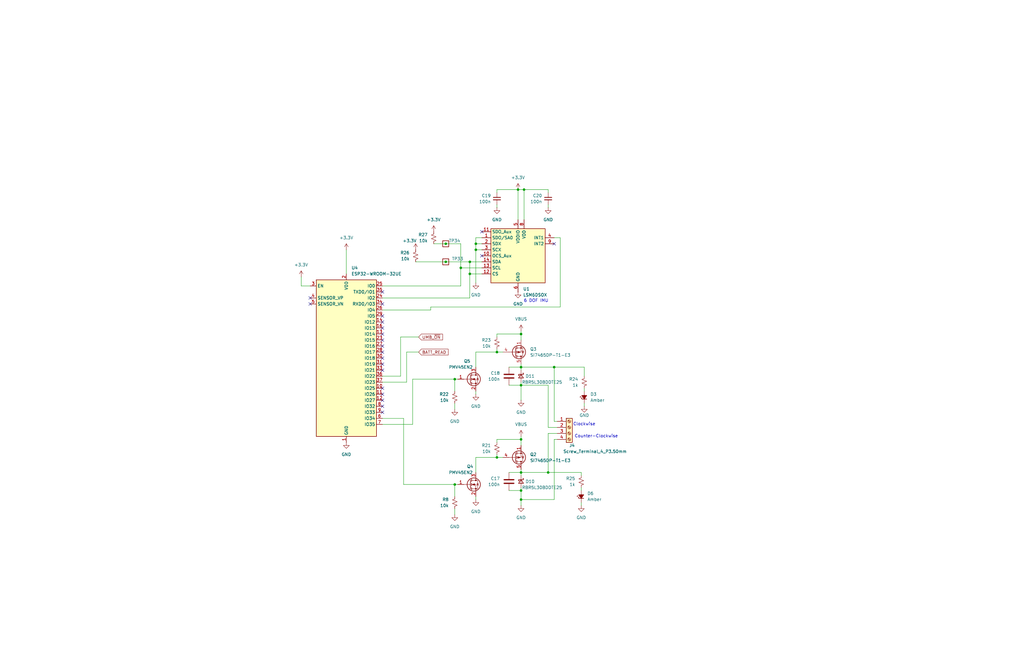
<source format=kicad_sch>
(kicad_sch (version 20250114) (generator "eeschema") (generator_version "9.0")
  (paper "B")
  (title_block (title "RCS Controller Board") (date "2025-03-25") (rev "1.0"))
  (lib_symbols
    (symbol "Connector:Screw_Terminal_01x04" (pin_names (offset 1.016) (hide yes))
      (property "Reference" "J" (at 0 5.08 0))
      (property "Value" "Screw_Terminal_01x04" (at 0 -7.62 0))
      (symbol "Screw_Terminal_01x04_1_1"
        (rectangle (start -1.27 3.81) (end 1.27 -6.35) (stroke (width 0.254)) (fill (type background)))
        (polyline (pts (xy -0.5334 2.8702) (xy 0.3302 2.032)) (stroke (width 0.1524)))
        (polyline (pts (xy -0.5334 0.3302) (xy 0.3302 -0.508)) (stroke (width 0.1524)))
        (polyline (pts (xy -0.5334 -2.2098) (xy 0.3302 -3.048)) (stroke (width 0.1524)))
        (polyline (pts (xy -0.5334 -4.7498) (xy 0.3302 -5.588)) (stroke (width 0.1524)))
        (polyline (pts (xy -0.3556 3.048) (xy 0.508 2.2098)) (stroke (width 0.1524)))
        (polyline (pts (xy -0.3556 0.508) (xy 0.508 -0.3302)) (stroke (width 0.1524)))
        (polyline (pts (xy -0.3556 -2.032) (xy 0.508 -2.8702)) (stroke (width 0.1524)))
        (polyline (pts (xy -0.3556 -4.572) (xy 0.508 -5.4102)) (stroke (width 0.1524)))
        (circle (center 0 2.54) (radius 0.635) (stroke (width 0.1524)))
        (circle (center 0 0) (radius 0.635) (stroke (width 0.1524)))
        (circle (center 0 -2.54) (radius 0.635) (stroke (width 0.1524)))
        (circle (center 0 -5.08) (radius 0.635) (stroke (width 0.1524)))
        (pin passive line (at -5.08 2.54 0) (length 3.81) (name "Pin_1") (number "1"))
        (pin passive line (at -5.08 0 0) (length 3.81) (name "Pin_2") (number "2"))
        (pin passive line (at -5.08 -2.54 0) (length 3.81) (name "Pin_3") (number "3"))
        (pin passive line (at -5.08 -5.08 0) (length 3.81) (name "Pin_4") (number "4"))
      )
    )
    (symbol "Device:C" (pin_numbers (hide yes)) (pin_names (offset 0.254))
      (property "Reference" "C" (at 0.635 2.54 0))
      (property "Value" "C" (at 0.635 -2.54 0))
      (symbol "C_0_1"
        (polyline (pts (xy -2.032 0.762) (xy 2.032 0.762)) (stroke (width 0.508)))
        (polyline (pts (xy -2.032 -0.762) (xy 2.032 -0.762)) (stroke (width 0.508)))
      )
      (symbol "C_1_1"
        (pin passive line (at 0 3.81 270) (length 2.794) (name "~") (number "1"))
        (pin passive line (at 0 -3.81 90) (length 2.794) (name "~") (number "2"))
      )
    )
    (symbol "Device:C_Small" (pin_numbers (hide yes)) (pin_names (offset 0.254) (hide yes))
      (property "Reference" "C" (at 0.254 1.778 0))
      (property "Value" "C_Small" (at 0.254 -2.032 0))
      (symbol "C_Small_0_1"
        (polyline (pts (xy -1.524 0.508) (xy 1.524 0.508)) (stroke (width 0.3048)))
        (polyline (pts (xy -1.524 -0.508) (xy 1.524 -0.508)) (stroke (width 0.3302)))
      )
      (symbol "C_Small_1_1"
        (pin passive line (at 0 2.54 270) (length 2.032) (name "~") (number "1"))
        (pin passive line (at 0 -2.54 90) (length 2.032) (name "~") (number "2"))
      )
    )
    (symbol "Device:D_Schottky_Small" (pin_numbers (hide yes)) (pin_names (offset 0.254) (hide yes))
      (property "Reference" "D" (at -1.27 2.032 0))
      (property "Value" "D_Schottky_Small" (at -7.112 -2.032 0))
      (symbol "D_Schottky_Small_0_1"
        (polyline (pts (xy -1.27 0.762) (xy -1.27 1.016) (xy -0.762 1.016) (xy -0.762 -1.016) (xy -0.254 -1.016) (xy -0.254 -0.762)) (stroke (width 0.254)))
        (polyline (pts (xy -0.762 0) (xy 0.762 0)))
        (polyline (pts (xy 0.762 -1.016) (xy -0.762 0) (xy 0.762 1.016) (xy 0.762 -1.016)) (stroke (width 0.254)))
      )
      (symbol "D_Schottky_Small_1_1"
        (pin passive line (at -2.54 0 0) (length 1.778) (name "K") (number "1"))
        (pin passive line (at 2.54 0 180) (length 1.778) (name "A") (number "2"))
      )
    )
    (symbol "Device:LED_Small_Filled" (pin_numbers (hide yes)) (pin_names (offset 0.254) (hide yes))
      (property "Reference" "D" (at -1.27 3.175 0))
      (property "Value" "LED_Small_Filled" (at -4.445 -2.54 0))
      (symbol "LED_Small_Filled_0_1"
        (polyline (pts (xy -0.762 -1.016) (xy -0.762 1.016)) (stroke (width 0.254)))
        (polyline (pts (xy 0 0.762) (xy -0.508 1.27) (xy -0.254 1.27) (xy -0.508 1.27) (xy -0.508 1.016)))
        (polyline (pts (xy 0.508 1.27) (xy 0 1.778) (xy 0.254 1.778) (xy 0 1.778) (xy 0 1.524)))
        (polyline (pts (xy 0.762 -1.016) (xy -0.762 0) (xy 0.762 1.016) (xy 0.762 -1.016)) (stroke (width 0.254)) (fill (type outline)))
        (polyline (pts (xy 1.016 0) (xy -0.762 0)))
      )
      (symbol "LED_Small_Filled_1_1"
        (pin passive line (at -2.54 0 0) (length 1.778) (name "K") (number "1"))
        (pin passive line (at 2.54 0 180) (length 1.778) (name "A") (number "2"))
      )
    )
    (symbol "Device:R_Small_US" (pin_numbers (hide yes)) (pin_names (offset 0.254) (hide yes))
      (property "Reference" "R" (at 0.762 0.508 0))
      (property "Value" "R_Small_US" (at 0.762 -1.016 0))
      (symbol "R_Small_US_1_1"
        (polyline (pts (xy 0 1.524) (xy 1.016 1.143) (xy 0 0.762) (xy -1.016 0.381) (xy 0 0)))
        (polyline (pts (xy 0 0) (xy 1.016 -0.381) (xy 0 -0.762) (xy -1.016 -1.143) (xy 0 -1.524)))
        (pin passive line (at 0 2.54 270) (length 1.016) (name "~") (number "1"))
        (pin passive line (at 0 -2.54 90) (length 1.016) (name "~") (number "2"))
      )
    )
    (symbol "RF_Module:ESP32-WROOM-32UE"
      (property "Reference" "U" (at -12.7 34.29 0))
      (property "Value" "ESP32-WROOM-32UE" (at 1.27 34.29 0))
      (symbol "ESP32-WROOM-32UE_0_1"
        (rectangle (start -12.7 33.02) (end 12.7 -33.02) (stroke (width 0.254)) (fill (type background)))
      )
      (symbol "ESP32-WROOM-32UE_1_1"
        (pin input line (at -15.24 30.48 0) (length 2.54) (name "EN") (number "3"))
        (pin input line (at -15.24 25.4 0) (length 2.54) (name "SENSOR_VP") (number "4"))
        (pin input line (at -15.24 22.86 0) (length 2.54) (name "SENSOR_VN") (number "5"))
        (pin no_connect line (at -12.7 0 0) (length 2.54) (hide yes) (name "NC") (number "21"))
        (pin no_connect line (at -12.7 -2.54 0) (length 2.54) (hide yes) (name "NC") (number "22"))
        (pin no_connect line (at -12.7 -5.08 0) (length 2.54) (hide yes) (name "NC") (number "17"))
        (pin no_connect line (at -12.7 -7.62 0) (length 2.54) (hide yes) (name "NC") (number "18"))
        (pin no_connect line (at -12.7 -10.16 0) (length 2.54) (hide yes) (name "NC") (number "20"))
        (pin no_connect line (at -12.7 -12.7 0) (length 2.54) (hide yes) (name "NC") (number "19"))
        (pin no_connect line (at -12.7 -27.94 0) (length 2.54) (hide yes) (name "NC") (number "32"))
        (pin power_in line (at 0 35.56 270) (length 2.54) (name "VDD") (number "2"))
        (pin power_in line (at 0 -35.56 90) (length 2.54) (name "GND") (number "1"))
        (pin passive line (at 0 -35.56 90) (length 2.54) (hide yes) (name "GND") (number "15"))
        (pin passive line (at 0 -35.56 90) (length 2.54) (hide yes) (name "GND") (number "38"))
        (pin passive line (at 0 -35.56 90) (length 2.54) (hide yes) (name "GND") (number "39"))
        (pin bidirectional line (at 15.24 30.48 180) (length 2.54) (name "IO0") (number "25"))
        (pin bidirectional line (at 15.24 27.94 180) (length 2.54) (name "TXD0/IO1") (number "35"))
        (pin bidirectional line (at 15.24 25.4 180) (length 2.54) (name "IO2") (number "24"))
        (pin bidirectional line (at 15.24 22.86 180) (length 2.54) (name "RXD0/IO3") (number "34"))
        (pin bidirectional line (at 15.24 20.32 180) (length 2.54) (name "IO4") (number "26"))
        (pin bidirectional line (at 15.24 17.78 180) (length 2.54) (name "IO5") (number "29"))
        (pin bidirectional line (at 15.24 15.24 180) (length 2.54) (name "IO12") (number "14"))
        (pin bidirectional line (at 15.24 12.7 180) (length 2.54) (name "IO13") (number "16"))
        (pin bidirectional line (at 15.24 10.16 180) (length 2.54) (name "IO14") (number "13"))
        (pin bidirectional line (at 15.24 7.62 180) (length 2.54) (name "IO15") (number "23"))
        (pin bidirectional line (at 15.24 5.08 180) (length 2.54) (name "IO16") (number "27"))
        (pin bidirectional line (at 15.24 2.54 180) (length 2.54) (name "IO17") (number "28"))
        (pin bidirectional line (at 15.24 0 180) (length 2.54) (name "IO18") (number "30"))
        (pin bidirectional line (at 15.24 -2.54 180) (length 2.54) (name "IO19") (number "31"))
        (pin bidirectional line (at 15.24 -5.08 180) (length 2.54) (name "IO21") (number "33"))
        (pin bidirectional line (at 15.24 -7.62 180) (length 2.54) (name "IO22") (number "36"))
        (pin bidirectional line (at 15.24 -10.16 180) (length 2.54) (name "IO23") (number "37"))
        (pin bidirectional line (at 15.24 -12.7 180) (length 2.54) (name "IO25") (number "10"))
        (pin bidirectional line (at 15.24 -15.24 180) (length 2.54) (name "IO26") (number "11"))
        (pin bidirectional line (at 15.24 -17.78 180) (length 2.54) (name "IO27") (number "12"))
        (pin bidirectional line (at 15.24 -20.32 180) (length 2.54) (name "IO32") (number "8"))
        (pin bidirectional line (at 15.24 -22.86 180) (length 2.54) (name "IO33") (number "9"))
        (pin input line (at 15.24 -25.4 180) (length 2.54) (name "IO34") (number "6"))
        (pin input line (at 15.24 -27.94 180) (length 2.54) (name "IO35") (number "7"))
      )
    )
    (symbol "Sensor_Motion:LSM6DSM"
      (property "Reference" "U" (at -11.43 15.24 0))
      (property "Value" "LSM6DSM" (at -11.43 12.7 0))
      (symbol "LSM6DSM_0_1"
        (rectangle (start 11.43 11.43) (end -11.43 -11.43) (stroke (width 0.254)) (fill (type background)))
      )
      (symbol "LSM6DSM_1_1"
        (pin bidirectional line (at -15.24 10.16 0) (length 3.81) (name "SDO_Aux") (number "11"))
        (pin bidirectional line (at -15.24 7.62 0) (length 3.81) (name "SDO/SA0") (number "1"))
        (pin bidirectional line (at -15.24 5.08 0) (length 3.81) (name "SDX") (number "2"))
        (pin input line (at -15.24 2.54 0) (length 3.81) (name "SCX") (number "3"))
        (pin passive line (at -15.24 0 0) (length 3.81) (name "OCS_Aux") (number "10"))
        (pin bidirectional line (at -15.24 -2.54 0) (length 3.81) (name "SDA") (number "14"))
        (pin input line (at -15.24 -5.08 0) (length 3.81) (name "SCL") (number "13"))
        (pin input line (at -15.24 -7.62 0) (length 3.81) (name "CS") (number "12"))
        (pin power_in line (at 0 15.24 270) (length 3.81) (name "VDDIO") (number "5"))
        (pin power_in line (at 0 -15.24 90) (length 3.81) (name "GND") (number "6"))
        (pin passive line (at 0 -15.24 90) (length 3.81) (hide yes) (name "GND") (number "7"))
        (pin power_in line (at 2.54 15.24 270) (length 3.81) (name "VDD") (number "8"))
        (pin output line (at 15.24 7.62 180) (length 3.81) (name "INT1") (number "4"))
        (pin output line (at 15.24 5.08 180) (length 3.81) (name "INT2") (number "9"))
      )
    )
    (symbol "Transistor_FET:Q_NMOS_GSD" (pin_names (offset 0) (hide yes))
      (property "Reference" "Q" (at 5.08 1.905 0))
      (property "Value" "Q_NMOS_GSD" (at 5.08 0 0))
      (symbol "Q_NMOS_GSD_0_1"
        (polyline (pts (xy 0.254 1.905) (xy 0.254 -1.905)) (stroke (width 0.254)))
        (polyline (pts (xy 0.254 0) (xy -2.54 0)))
        (polyline (pts (xy 0.762 2.286) (xy 0.762 1.27)) (stroke (width 0.254)))
        (polyline (pts (xy 0.762 0.508) (xy 0.762 -0.508)) (stroke (width 0.254)))
        (polyline (pts (xy 0.762 -1.27) (xy 0.762 -2.286)) (stroke (width 0.254)))
        (polyline (pts (xy 0.762 -1.778) (xy 3.302 -1.778) (xy 3.302 1.778) (xy 0.762 1.778)))
        (polyline (pts (xy 1.016 0) (xy 2.032 0.381) (xy 2.032 -0.381) (xy 1.016 0)) (fill (type outline)))
        (circle (center 1.651 0) (radius 2.794) (stroke (width 0.254)))
        (polyline (pts (xy 2.54 2.54) (xy 2.54 1.778)))
        (circle (center 2.54 1.778) (radius 0.254) (fill (type outline)))
        (circle (center 2.54 -1.778) (radius 0.254) (fill (type outline)))
        (polyline (pts (xy 2.54 -2.54) (xy 2.54 0) (xy 0.762 0)))
        (polyline (pts (xy 2.921 0.381) (xy 3.683 0.381)))
        (polyline (pts (xy 3.302 0.381) (xy 2.921 -0.254) (xy 3.683 -0.254) (xy 3.302 0.381)))
      )
      (symbol "Q_NMOS_GSD_1_1"
        (pin input line (at -5.08 0 0) (length 2.54) (name "G") (number "1"))
        (pin passive line (at 2.54 5.08 270) (length 2.54) (name "D") (number "3"))
        (pin passive line (at 2.54 -5.08 90) (length 2.54) (name "S") (number "2"))
      )
    )
    (symbol "Transistor_FET:Si7141DP" (pin_names (hide yes))
      (property "Reference" "Q" (at 5.08 1.905 0))
      (property "Value" "Si7141DP" (at 5.08 0 0))
      (symbol "Si7141DP_0_1"
        (polyline (pts (xy 0.254 1.905) (xy 0.254 -1.905)) (stroke (width 0.254)))
        (polyline (pts (xy 0.254 0) (xy -2.54 0)))
        (polyline (pts (xy 0.762 2.286) (xy 0.762 1.27)) (stroke (width 0.254)))
        (polyline (pts (xy 0.762 1.778) (xy 3.302 1.778) (xy 3.302 -1.778) (xy 0.762 -1.778)))
        (polyline (pts (xy 0.762 0.508) (xy 0.762 -0.508)) (stroke (width 0.254)))
        (polyline (pts (xy 0.762 -1.27) (xy 0.762 -2.286)) (stroke (width 0.254)))
        (circle (center 1.651 0) (radius 2.794) (stroke (width 0.254)))
        (polyline (pts (xy 2.286 0) (xy 1.27 0.381) (xy 1.27 -0.381) (xy 2.286 0)) (fill (type outline)))
        (polyline (pts (xy 2.54 2.54) (xy 2.54 1.778)))
        (circle (center 2.54 1.778) (radius 0.254) (fill (type outline)))
        (circle (center 2.54 -1.778) (radius 0.254) (fill (type outline)))
        (polyline (pts (xy 2.54 -2.54) (xy 2.54 0) (xy 0.762 0)))
        (polyline (pts (xy 2.794 -0.508) (xy 2.921 -0.381) (xy 3.683 -0.381) (xy 3.81 -0.254)))
        (polyline (pts (xy 3.302 -0.381) (xy 2.921 0.254) (xy 3.683 0.254) (xy 3.302 -0.381)))
      )
      (symbol "Si7141DP_1_1"
        (pin input line (at -5.08 0 0) (length 2.54) (name "G") (number "4"))
        (pin passive line (at 2.54 5.08 270) (length 2.54) (name "D") (number "5"))
        (pin passive line (at 2.54 -5.08 90) (length 2.54) (name "S") (number "1"))
        (pin passive line (at 2.54 -5.08 90) (length 2.54) (hide yes) (name "S") (number "2"))
        (pin passive line (at 2.54 -5.08 90) (length 2.54) (hide yes) (name "S") (number "3"))
      )
    )
    (symbol "power:+3.3V" (power) (pin_numbers (hide yes)) (pin_names (offset 0) (hide yes))
      (property "Value" "+3.3V" (at 0 3.556 0))
      (symbol "+3.3V_0_1"
        (polyline (pts (xy -0.762 1.27) (xy 0 2.54)))
        (polyline (pts (xy 0 2.54) (xy 0.762 1.27)))
        (polyline (pts (xy 0 0) (xy 0 2.54)))
      )
      (symbol "+3.3V_1_1"
        (pin power_in line (at 0 0 90) (length 0) (name "~") (number "1"))
      )
    )
    (symbol "power:GND" (power) (pin_numbers (hide yes)) (pin_names (offset 0) (hide yes))
      (property "Value" "GND" (at 0 -3.81 0))
      (symbol "GND_0_1"
        (polyline (pts (xy 0 0) (xy 0 -1.27) (xy 1.27 -1.27) (xy 0 -2.54) (xy -1.27 -1.27) (xy 0 -1.27)))
      )
      (symbol "GND_1_1"
        (pin power_in line (at 0 0 270) (length 0) (name "~") (number "1"))
      )
    )
    (symbol "psas-power:VBUS" (power) (pin_names (offset 0))
      (property "Value" "VBUS" (at 0 3.556 0))
      (symbol "VBUS_0_1"
        (polyline (pts (xy -0.762 1.27) (xy 0 2.54)))
        (polyline (pts (xy 0 2.54) (xy 0.762 1.27)))
        (polyline (pts (xy 0 0) (xy 0 2.54)))
      )
      (symbol "VBUS_1_1"
        (pin power_in line (at 0 0 90) (length 0) (hide yes) (name "VBUS") (number "1"))
      )
    )
    (symbol "psas-testpoint:Test-Point" (pin_numbers (hide yes)) (pin_names (hide yes))
      (property "Reference" "TP" (at 0 2.54 0))
      (symbol "Test-Point_0_1"
        (rectangle (start -1.27 1.27) (end 1.27 -1.27) (stroke (width 0.254)))
      )
      (symbol "Test-Point_1_1"
        (pin passive line (at 0 0 90) (length 0) (name "") (number "1"))
      )
    )
  )
  (text "Counter-Clockwise" (at 251.46 184.15 0) (effects (font (size 1.27 1.27))))
  (text "Clockwise\n" (at 246.38 179.07 0) (effects (font (size 1.27 1.27))))
  (text "6 DOF IMU\n" (at 226.06 127 0) (effects (font (size 1.27 1.27))))
  (junction (at 219.71 210.82))
  (junction (at 219.71 207.01))
  (junction (at 200.66 102.87))
  (junction (at 198.12 110.49))
  (junction (at 191.77 160.02))
  (junction (at 219.71 185.42))
  (junction (at 219.71 199.39))
  (junction (at 198.12 115.57))
  (junction (at 187.96 110.49))
  (junction (at 187.96 102.87))
  (junction (at 218.44 80.01))
  (junction (at 220.98 80.01))
  (junction (at 209.55 193.04))
  (junction (at 200.66 105.41))
  (junction (at 231.14 199.39))
  (junction (at 194.31 113.03))
  (junction (at 219.71 140.97))
  (junction (at 233.68 154.94))
  (junction (at 209.55 148.59))
  (junction (at 219.71 154.94))
  (junction (at 219.71 162.56))
  (junction (at 191.77 204.47))
  (no_connect (at 161.29 153.67))
  (no_connect (at 130.81 125.73))
  (no_connect (at 161.29 156.21))
  (no_connect (at 161.29 151.13))
  (no_connect (at 203.2 97.79))
  (no_connect (at 161.29 168.91))
  (no_connect (at 161.29 140.97))
  (no_connect (at 161.29 135.89))
  (no_connect (at 130.81 128.27))
  (no_connect (at 161.29 123.19))
  (no_connect (at 161.29 166.37))
  (no_connect (at 203.2 107.95))
  (no_connect (at 233.68 102.87))
  (no_connect (at 161.29 148.59))
  (no_connect (at 161.29 143.51))
  (no_connect (at 161.29 133.35))
  (no_connect (at 161.29 138.43))
  (no_connect (at 161.29 173.99))
  (no_connect (at 161.29 163.83))
  (no_connect (at 161.29 171.45))
  (no_connect (at 161.29 146.05))
  (no_connect (at 161.29 128.27))
  (wire (pts (xy 231.14 80.01) (xy 220.98 80.01)))
  (wire (pts (xy 214.63 162.56) (xy 219.71 162.56)))
  (wire (pts (xy 245.11 212.09) (xy 245.11 213.36)))
  (wire (pts (xy 200.66 148.59) (xy 200.66 154.94)))
  (wire (pts (xy 233.68 210.82) (xy 233.68 185.42)))
  (wire (pts (xy 161.29 176.53) (xy 170.18 176.53)))
  (wire (pts (xy 200.66 100.33) (xy 200.66 102.87)))
  (wire (pts (xy 214.63 199.39) (xy 219.71 199.39)))
  (wire (pts (xy 191.77 214.63) (xy 191.77 217.17)))
  (wire (pts (xy 168.91 158.75) (xy 161.29 158.75)))
  (wire (pts (xy 218.44 80.01) (xy 220.98 80.01)))
  (wire (pts (xy 198.12 125.73) (xy 161.29 125.73)))
  (wire (pts (xy 200.66 105.41) (xy 203.2 105.41)))
  (wire (pts (xy 170.18 204.47) (xy 191.77 204.47)))
  (wire (pts (xy 193.04 160.02) (xy 191.77 160.02)))
  (wire (pts (xy 233.68 177.8) (xy 234.95 177.8)))
  (wire (pts (xy 231.14 80.01) (xy 231.14 81.28)))
  (wire (pts (xy 191.77 204.47) (xy 191.77 209.55)))
  (wire (pts (xy 200.66 102.87) (xy 200.66 105.41)))
  (wire (pts (xy 209.55 185.42) (xy 209.55 186.69)))
  (wire (pts (xy 233.68 100.33) (xy 236.22 100.33)))
  (wire (pts (xy 171.45 161.29) (xy 161.29 161.29)))
  (wire (pts (xy 191.77 170.18) (xy 191.77 172.72)))
  (wire (pts (xy 198.12 115.57) (xy 198.12 125.73)))
  (wire (pts (xy 168.91 142.24) (xy 168.91 158.75)))
  (wire (pts (xy 194.31 113.03) (xy 194.31 102.87)))
  (wire (pts (xy 219.71 154.94) (xy 219.71 156.21)))
  (wire (pts (xy 191.77 204.47) (xy 193.04 204.47)))
  (wire (pts (xy 194.31 113.03) (xy 194.31 120.65)))
  (wire (pts (xy 200.66 210.82) (xy 200.66 209.55)))
  (wire (pts (xy 176.53 142.24) (xy 168.91 142.24)))
  (wire (pts (xy 209.55 185.42) (xy 219.71 185.42)))
  (wire (pts (xy 245.11 199.39) (xy 245.11 200.66)))
  (wire (pts (xy 233.68 185.42) (xy 234.95 185.42)))
  (wire (pts (xy 231.14 182.88) (xy 231.14 199.39)))
  (wire (pts (xy 209.55 193.04) (xy 212.09 193.04)))
  (wire (pts (xy 219.71 140.97) (xy 219.71 139.7)))
  (wire (pts (xy 220.98 80.01) (xy 220.98 92.71)))
  (wire (pts (xy 219.71 162.56) (xy 231.14 162.56)))
  (wire (pts (xy 171.45 148.59) (xy 171.45 161.29)))
  (wire (pts (xy 176.53 148.59) (xy 171.45 148.59)))
  (wire (pts (xy 219.71 199.39) (xy 231.14 199.39)))
  (wire (pts (xy 219.71 185.42) (xy 219.71 187.96)))
  (wire (pts (xy 214.63 154.94) (xy 219.71 154.94)))
  (wire (pts (xy 219.71 161.29) (xy 219.71 162.56)))
  (wire (pts (xy 214.63 207.01) (xy 219.71 207.01)))
  (wire (pts (xy 236.22 100.33) (xy 236.22 129.54)))
  (wire (pts (xy 127 116.84) (xy 127 120.65)))
  (wire (pts (xy 200.66 193.04) (xy 200.66 199.39)))
  (wire (pts (xy 231.14 180.34) (xy 234.95 180.34)))
  (wire (pts (xy 181.61 129.54) (xy 181.61 130.81)))
  (wire (pts (xy 233.68 154.94) (xy 233.68 177.8)))
  (wire (pts (xy 170.18 176.53) (xy 170.18 204.47)))
  (wire (pts (xy 187.96 110.49) (xy 198.12 110.49)))
  (wire (pts (xy 161.29 130.81) (xy 181.61 130.81)))
  (wire (pts (xy 194.31 113.03) (xy 203.2 113.03)))
  (wire (pts (xy 209.55 140.97) (xy 219.71 140.97)))
  (wire (pts (xy 209.55 140.97) (xy 209.55 142.24)))
  (wire (pts (xy 200.66 165.1) (xy 200.66 166.37)))
  (wire (pts (xy 203.2 110.49) (xy 198.12 110.49)))
  (wire (pts (xy 187.96 102.87) (xy 194.31 102.87)))
  (wire (pts (xy 191.77 160.02) (xy 173.99 160.02)))
  (wire (pts (xy 219.71 154.94) (xy 233.68 154.94)))
  (wire (pts (xy 233.68 154.94) (xy 246.38 154.94)))
  (wire (pts (xy 173.99 179.07) (xy 161.29 179.07)))
  (wire (pts (xy 200.66 100.33) (xy 203.2 100.33)))
  (wire (pts (xy 219.71 153.67) (xy 219.71 154.94)))
  (wire (pts (xy 219.71 210.82) (xy 219.71 213.36)))
  (wire (pts (xy 209.55 147.32) (xy 209.55 148.59)))
  (wire (pts (xy 175.26 110.49) (xy 187.96 110.49)))
  (wire (pts (xy 219.71 140.97) (xy 219.71 143.51)))
  (wire (pts (xy 218.44 80.01) (xy 218.44 92.71)))
  (wire (pts (xy 236.22 129.54) (xy 181.61 129.54)))
  (wire (pts (xy 219.71 162.56) (xy 219.71 168.91)))
  (wire (pts (xy 191.77 160.02) (xy 191.77 165.1)))
  (wire (pts (xy 231.14 162.56) (xy 231.14 180.34)))
  (wire (pts (xy 231.14 87.63) (xy 231.14 86.36)))
  (wire (pts (xy 234.95 182.88) (xy 231.14 182.88)))
  (wire (pts (xy 198.12 110.49) (xy 198.12 115.57)))
  (wire (pts (xy 200.66 105.41) (xy 200.66 119.38)))
  (wire (pts (xy 219.71 207.01) (xy 219.71 210.82)))
  (wire (pts (xy 127 120.65) (xy 130.81 120.65)))
  (wire (pts (xy 209.55 148.59) (xy 200.66 148.59)))
  (wire (pts (xy 209.55 191.77) (xy 209.55 193.04)))
  (wire (pts (xy 219.71 199.39) (xy 219.71 200.66)))
  (wire (pts (xy 198.12 115.57) (xy 203.2 115.57)))
  (wire (pts (xy 219.71 185.42) (xy 219.71 184.15)))
  (wire (pts (xy 173.99 160.02) (xy 173.99 179.07)))
  (wire (pts (xy 209.55 80.01) (xy 209.55 81.28)))
  (wire (pts (xy 231.14 199.39) (xy 245.11 199.39)))
  (wire (pts (xy 246.38 170.18) (xy 246.38 171.45)))
  (wire (pts (xy 219.71 198.12) (xy 219.71 199.39)))
  (wire (pts (xy 246.38 158.75) (xy 246.38 154.94)))
  (wire (pts (xy 209.55 87.63) (xy 209.55 86.36)))
  (wire (pts (xy 245.11 205.74) (xy 245.11 207.01)))
  (wire (pts (xy 194.31 120.65) (xy 161.29 120.65)))
  (wire (pts (xy 219.71 205.74) (xy 219.71 207.01)))
  (wire (pts (xy 200.66 102.87) (xy 203.2 102.87)))
  (wire (pts (xy 182.88 102.87) (xy 187.96 102.87)))
  (wire (pts (xy 209.55 148.59) (xy 212.09 148.59)))
  (wire (pts (xy 218.44 80.01) (xy 209.55 80.01)))
  (wire (pts (xy 219.71 210.82) (xy 233.68 210.82)))
  (wire (pts (xy 146.05 105.41) (xy 146.05 115.57)))
  (wire (pts (xy 246.38 163.83) (xy 246.38 165.1)))
  (wire (pts (xy 209.55 193.04) (xy 200.66 193.04)))
  (global_label "BATT_READ" (shape input) (at 176.53 148.59 0) (property "Intersheetrefs" "${INTERSHEET_REFS}" (effects (hide yes))))
  (global_label "UMB_~{ON}" (shape input) (at 176.53 142.24 0) (property "Intersheetrefs" "${INTERSHEET_REFS}" (effects (hide yes))))
  (symbol (lib_id "Device:R_Small_US") (at 209.55 189.23 0) (mirror y) (unit 1)
    (property "Reference" "R21" (at 207.01 187.9599 0) (effects (justify left)))
    (property "Value" "10k" (at 207.01 190.4999 0) (effects (justify left)))
    (property "Footprint" "Resistor_SMD:R_0603_1608Metric" (effects (hide yes)))
    (property "Description" "RES 10K OHM 1% 1/10W 0603" (effects (hide yes)))
    (property "MFR" "Yageo" (effects (hide yes)))
    (property "MPN" "RC0603FR-0710KL" (effects (hide yes)))
  )
  (symbol (lib_id "Device:R_Small_US") (at 191.77 167.64 0) (mirror y) (unit 1)
    (property "Reference" "R22" (at 189.23 166.3699 0) (effects (justify left)))
    (property "Value" "10k" (at 189.23 168.9099 0) (effects (justify left)))
    (property "Footprint" "Resistor_SMD:R_0603_1608Metric" (effects (hide yes)))
    (property "Description" "RES 10K OHM 1% 1/10W 0603" (effects (hide yes)))
    (property "MFR" "Yageo" (effects (hide yes)))
    (property "MPN" "RC0603FR-0710KL" (effects (hide yes)))
  )
  (symbol (lib_id "power:GND") (at 200.66 119.38 0) (unit 1)
    (property "Reference" "#PWR053" (effects (hide yes)))
    (property "Value" "GND" (at 200.66 124.46 0))
    (property "Description" "Power symbol creates a global label with name \"GND\" , ground" (effects (hide yes)))
  )
  (symbol (lib_id "Device:R_Small_US") (at 245.11 203.2 0) (mirror y) (unit 1)
    (property "Reference" "R25" (at 242.57 201.9299 0) (effects (justify left)))
    (property "Value" "1k" (at 242.57 204.4699 0) (effects (justify left)))
    (property "Footprint" "Resistor_SMD:R_0603_1608Metric" (effects (hide yes)))
    (property "Description" "RES 1K OHM 1% 1/10W 0603" (effects (hide yes)))
    (property "MFR" "Yageo" (effects (hide yes)))
    (property "MPN" "RC0603FR-071KL" (effects (hide yes)))
  )
  (symbol (lib_id "psas-power:VBUS") (at 219.71 184.15 0) (unit 1)
    (property "Reference" "#VBUS0104" (effects (hide yes)))
    (property "Value" "VBUS" (at 219.71 179.07 0))
    (property "Description" "Power symbol creates a global label with name \"VBUS\"" (effects (hide yes)))
  )
  (symbol (lib_id "Device:R_Small_US") (at 191.77 212.09 0) (mirror y) (unit 1)
    (property "Reference" "R8" (at 189.23 210.8199 0) (effects (justify left)))
    (property "Value" "10k" (at 189.23 213.3599 0) (effects (justify left)))
    (property "Footprint" "Resistor_SMD:R_0603_1608Metric" (effects (hide yes)))
    (property "Description" "RES 10K OHM 1% 1/10W 0603" (effects (hide yes)))
    (property "MFR" "Yageo" (effects (hide yes)))
    (property "MPN" "RC0603FR-0710KL" (effects (hide yes)))
  )
  (symbol (lib_id "Device:C") (at 214.63 203.2 0) (mirror y) (unit 1)
    (property "Reference" "C17" (at 210.82 201.9299 0) (effects (justify left)))
    (property "Value" "100n" (at 210.82 204.4699 0) (effects (justify left)))
    (property "Footprint" "Capacitor_SMD:C_0603_1608Metric" (effects (hide yes)))
    (property "Description" "CAP CER 0.1UF 50V X7R 0603" (effects (hide yes)))
    (property "DPN" "1276-6854-1-ND" (effects (hide yes)))
    (property "DST" "DigiKey" (effects (hide yes)))
    (property "MFR" "Samsung Microelectronics" (effects (hide yes)))
    (property "MPN" "CL10B104KB8WPNC" (effects (hide yes)))
  )
  (symbol (lib_id "Device:LED_Small_Filled") (at 246.38 167.64 90) (unit 1)
    (property "Reference" "D3" (at 248.92 166.3699 90) (effects (justify right)))
    (property "Value" "Amber" (at 248.92 168.9099 90) (effects (justify right)))
    (property "Footprint" "LED_SMD:LED_0603_1608Metric" (effects (hide yes)))
    (property "Datasheet" "https://www.we-online.com/components/products/datasheet/150060YS75000.pdf" (effects (hide yes)))
    (property "Description" "Yellow 590nm LED Indication - Discrete 2V 0603 (1608 Metric)" (effects (hide yes)))
    (property "DPN" "732-4981-1-ND" (effects (hide yes)))
    (property "DST" "DigiKey" (effects (hide yes)))
    (property "MFR" "Wurth " (effects (hide yes)))
    (property "MPN" "150060YS75000" (effects (hide yes)))
  )
  (symbol (lib_id "power:GND") (at 219.71 213.36 0) (unit 1)
    (property "Reference" "#PWR042" (effects (hide yes)))
    (property "Value" "GND" (at 219.71 218.44 0))
    (property "Description" "Power symbol creates a global label with name \"GND\" , ground" (effects (hide yes)))
  )
  (symbol (lib_id "psas-testpoint:Test-Point") (at 187.96 110.49 0) (unit 1) (in_bom no)
    (property "Reference" "TP33" (at 190.5 109.22 0) (effects (justify left)))
    (property "Value" "Test-Point" (effects (hide yes)))
    (property "Footprint" "psas-footprints:TP-through-hole-1X01" (effects (hide yes)))
  )
  (symbol (lib_id "Device:D_Schottky_Small") (at 219.71 158.75 270) (unit 1)
    (property "Reference" "D11" (at 223.52 158.75 90))
    (property "Value" "RBR5L30BDDTE25" (at 228.6 161.29 90))
    (property "Footprint" "Diode_SMD:D_SMA" (effects (hide yes)))
    (property "Datasheet" "https://www.rohm.com/datasheet?p=RBR5L30BDD&dist=Digi-key&media=referral&source=digi-key.com&campaign=Digi-key" (effects (hide yes)))
    (property "Description" "DIODE SCHOTTKY 30V 5A PMDS" (effects (hide yes)))
    (property "DPN" "846-RBR5L30BDDTE25CT-ND" (effects (hide yes)))
    (property "DST" "DigiKey" (effects (hide yes)))
    (property "MFR" "Rohm" (effects (hide yes)))
    (property "MPN" "RBR5L30BDDTE25" (effects (hide yes)))
  )
  (symbol (lib_id "power:GND") (at 191.77 217.17 0) (unit 1)
    (property "Reference" "#PWR040" (effects (hide yes)))
    (property "Value" "GND" (at 191.77 222.25 0))
    (property "Description" "Power symbol creates a global label with name \"GND\" , ground" (effects (hide yes)))
  )
  (symbol (lib_id "power:+3.3V") (at 218.44 80.01 0) (unit 1)
    (property "Reference" "#PWR049" (effects (hide yes)))
    (property "Value" "+3.3V" (at 218.44 74.93 0))
    (property "Description" "Power symbol creates a global label with name \"+3.3V\"" (effects (hide yes)))
  )
  (symbol (lib_id "Transistor_FET:Q_NMOS_GSD") (at 198.12 204.47 0) (unit 1)
    (property "Reference" "Q4" (at 196.85 196.85 0) (effects (justify left)))
    (property "Value" "PMV45EN2" (at 189.23 199.39 0) (effects (justify left)))
    (property "Footprint" "Package_TO_SOT_SMD:SOT-23-3" (effects (hide yes)))
    (property "Datasheet" "https://assets.nexperia.com/documents/data-sheet/PMV45EN2.pdf" (effects (hide yes)))
    (property "Description" "N-Channel 30 V 4.1A (Ta) 510mW (Ta), 5W (Tc) Surface Mount TO-236AB" (effects (hide yes)))
    (property "DPN" "1727-2307-1-ND" (effects (hide yes)))
    (property "DST" "DigiKey" (effects (hide yes)))
    (property "MFR" "Nexperia USA Inc." (effects (hide yes)))
    (property "MPN" "PMV45EN2R" (effects (hide yes)))
  )
  (symbol (lib_id "Sensor_Motion:LSM6DSM") (at 218.44 107.95 0) (unit 1)
    (property "Reference" "U1" (at 220.5833 121.92 0) (effects (justify left)))
    (property "Value" "LSM6DSOX" (at 220.5833 124.46 0) (effects (justify left)))
    (property "Footprint" "Package_LGA:LGA-14_3x2.5mm_P0.5mm_LayoutBorder3x4y" (effects (hide yes)))
    (property "Datasheet" "https://www.st.com/resource/en/datasheet/lsm6dsm.pdf" (effects (hide yes)))
    (property "Description" "Accelerometer, Gyroscope, 6 Axis Sensor I2C, SPI Output" (effects (hide yes)))
    (property "DPN" "497-18367-1-ND" (effects (hide yes)))
    (property "DST" "DigiKey" (effects (hide yes)))
    (property "MFR" "STMicroelectronics" (effects (hide yes)))
    (property "MPN" "LSM6DSOXTR" (effects (hide yes)))
  )
  (symbol (lib_id "power:GND") (at 219.71 168.91 0) (unit 1)
    (property "Reference" "#PWR045" (effects (hide yes)))
    (property "Value" "GND" (at 219.71 173.99 0))
    (property "Description" "Power symbol creates a global label with name \"GND\" , ground" (effects (hide yes)))
  )
  (symbol (lib_id "psas-power:VBUS") (at 219.71 139.7 0) (unit 1)
    (property "Reference" "#VBUS0105" (effects (hide yes)))
    (property "Value" "VBUS" (at 219.71 134.62 0))
    (property "Description" "Power symbol creates a global label with name \"VBUS\"" (effects (hide yes)))
  )
  (symbol (lib_id "power:GND") (at 209.55 87.63 0) (unit 1)
    (property "Reference" "#PWR048" (effects (hide yes)))
    (property "Value" "GND" (at 209.55 92.71 0))
    (property "Description" "Power symbol creates a global label with name \"GND\" , ground" (effects (hide yes)))
  )
  (symbol (lib_id "Connector:Screw_Terminal_01x04") (at 240.03 180.34 0) (unit 1)
    (property "Reference" "J4" (at 240.03 187.96 0) (effects (justify left)))
    (property "Value" "Screw_Terminal_4_P3.50mm" (at 237.49 190.5 0) (effects (justify left)))
    (property "Footprint" "TerminalBlock_Phoenix:TerminalBlock_Phoenix_PT-1,5-4-3.5-H_1x04_P3.50mm_Horizontal" (effects (hide yes)))
    (property "Datasheet" "https://mm.digikey.com/Volume0/opasdata/d220001/medias/docus/640/1751264.pdf" (effects (hide yes)))
    (property "Description" "4 Position Wire to Board Terminal Block Horizontal with Board 0.138\" (3.50mm) Through Hole" (effects (hide yes)))
    (property "DPN" "277-5744-ND" (effects (hide yes)))
    (property "DST" "DigiKey" (effects (hide yes)))
    (property "MFR" "Phoenix Contact" (effects (hide yes)))
    (property "MPN" "1751264" (effects (hide yes)))
  )
  (symbol (lib_id "Device:C") (at 214.63 158.75 0) (mirror y) (unit 1)
    (property "Reference" "C18" (at 210.82 157.4799 0) (effects (justify left)))
    (property "Value" "100n" (at 210.82 160.0199 0) (effects (justify left)))
    (property "Footprint" "Capacitor_SMD:C_0603_1608Metric" (effects (hide yes)))
    (property "Description" "CAP CER 0.1UF 50V X7R 0603" (effects (hide yes)))
    (property "DPN" "1276-6854-1-ND" (effects (hide yes)))
    (property "DST" "DigiKey" (effects (hide yes)))
    (property "MFR" "Samsung Microelectronics" (effects (hide yes)))
    (property "MPN" "CL10B104KB8WPNC" (effects (hide yes)))
  )
  (symbol (lib_id "Device:R_Small_US") (at 209.55 144.78 0) (mirror y) (unit 1)
    (property "Reference" "R23" (at 207.01 143.5099 0) (effects (justify left)))
    (property "Value" "10k" (at 207.01 146.0499 0) (effects (justify left)))
    (property "Footprint" "Resistor_SMD:R_0603_1608Metric" (effects (hide yes)))
    (property "Description" "RES 10K OHM 1% 1/10W 0603" (effects (hide yes)))
    (property "MFR" "Yageo" (effects (hide yes)))
    (property "MPN" "RC0603FR-0710KL" (effects (hide yes)))
  )
  (symbol (lib_id "RF_Module:ESP32-WROOM-32UE") (at 146.05 151.13 0) (unit 1)
    (property "Reference" "U4" (at 148.1933 113.03 0) (effects (justify left)))
    (property "Value" "ESP32-WROOM-32UE" (at 148.1933 115.57 0) (effects (justify left)))
    (property "Footprint" "RF_Module:ESP32-WROOM-32UE" (effects (hide yes)))
    (property "Datasheet" "https://www.espressif.com/sites/default/files/documentation/esp32-wroom-32e_esp32-wroom-32ue_datasheet_en.pdf" (effects (hide yes)))
    (property "Description" "RF Module, ESP32-D0WD-V3 SoC, without PSRAM, Wi-Fi 802.11b/g/n, Bluetooth, BLE, 32-bit, 2.7-3.6V, external antenna, SMD" (effects (hide yes)))
  )
  (symbol (lib_id "psas-testpoint:Test-Point") (at 187.96 102.87 0) (unit 1) (in_bom no)
    (property "Reference" "TP34" (at 189.23 101.6 0) (effects (justify left)))
    (property "Value" "Test-Point" (effects (hide yes)))
    (property "Footprint" "psas-footprints:TP-through-hole-1X01" (effects (hide yes)))
  )
  (symbol (lib_id "Transistor_FET:Si7141DP") (at 217.17 193.04 0) (mirror x) (unit 1)
    (property "Reference" "Q2" (at 223.52 191.7699 0) (effects (justify left)))
    (property "Value" "SI7465DP-T1-E3" (at 223.52 194.3099 0) (effects (justify left)))
    (property "Footprint" "Package_SO:PowerPAK_SO-8_Single" (effects (hide yes)))
    (property "Datasheet" "https://www.vishay.com/docs/73113/73113.pdf" (effects (hide yes)))
    (property "Description" "MOSFET P-CH 20V 60A PPAK SO-8" (effects (hide yes)))
    (property "DPN" "SI7141DP-T1-GE3CT-ND" (effects (hide yes)))
    (property "DST" "DigiKey" (effects (hide yes)))
    (property "MFR" "Vishay" (effects (hide yes)))
    (property "MPN" "SI7141DP-T1-GE3" (effects (hide yes)))
  )
  (symbol (lib_id "power:GND") (at 246.38 171.45 0) (unit 1)
    (property "Reference" "#PWR046" (effects (hide yes)))
    (property "Value" "GND" (at 246.38 175.26 0))
    (property "Description" "Power symbol creates a global label with name \"GND\" , ground" (effects (hide yes)))
  )
  (symbol (lib_id "power:GND") (at 200.66 210.82 0) (unit 1)
    (property "Reference" "#PWR041" (effects (hide yes)))
    (property "Value" "GND" (at 200.66 215.9 0))
    (property "Description" "Power symbol creates a global label with name \"GND\" , ground" (effects (hide yes)))
  )
  (symbol (lib_id "Transistor_FET:Si7141DP") (at 217.17 148.59 0) (mirror x) (unit 1)
    (property "Reference" "Q3" (at 223.52 147.3199 0) (effects (justify left)))
    (property "Value" "SI7465DP-T1-E3" (at 223.52 149.8599 0) (effects (justify left)))
    (property "Footprint" "Package_SO:PowerPAK_SO-8_Single" (effects (hide yes)))
    (property "Datasheet" "https://www.vishay.com/docs/73113/73113.pdf" (effects (hide yes)))
    (property "Description" "MOSFET P-CH 20V 60A PPAK SO-8" (effects (hide yes)))
    (property "DPN" "SI7141DP-T1-GE3CT-ND" (effects (hide yes)))
    (property "DST" "DigiKey" (effects (hide yes)))
    (property "MFR" "Vishay" (effects (hide yes)))
    (property "MPN" "SI7141DP-T1-GE3" (effects (hide yes)))
  )
  (symbol (lib_id "power:GND") (at 218.44 123.19 0) (unit 1)
    (property "Reference" "#PWR052" (effects (hide yes)))
    (property "Value" "GND" (at 218.44 128.27 0))
    (property "Description" "Power symbol creates a global label with name \"GND\" , ground" (effects (hide yes)))
  )
  (symbol (lib_id "Device:R_Small_US") (at 246.38 161.29 0) (mirror y) (unit 1)
    (property "Reference" "R24" (at 243.84 160.0199 0) (effects (justify left)))
    (property "Value" "1k" (at 243.84 162.5599 0) (effects (justify left)))
    (property "Footprint" "Resistor_SMD:R_0603_1608Metric" (effects (hide yes)))
    (property "Description" "RES 1K OHM 1% 1/10W 0603" (effects (hide yes)))
    (property "MFR" "Yageo" (effects (hide yes)))
    (property "MPN" "RC0603FR-071KL" (effects (hide yes)))
  )
  (symbol (lib_id "Device:R_Small_US") (at 175.26 107.95 0) (mirror y) (unit 1)
    (property "Reference" "R26" (at 172.72 106.6799 0) (effects (justify left)))
    (property "Value" "10k" (at 172.72 109.2199 0) (effects (justify left)))
    (property "Footprint" "Resistor_SMD:R_0603_1608Metric" (effects (hide yes)))
    (property "Description" "RES 10K OHM 1% 1/10W 0603" (effects (hide yes)))
    (property "MFR" "Yageo" (effects (hide yes)))
    (property "MPN" "RC0603FR-0710KL" (effects (hide yes)))
  )
  (symbol (lib_id "power:+3.3V") (at 182.88 97.79 0) (unit 1)
    (property "Reference" "#PWR056" (effects (hide yes)))
    (property "Value" "+3.3V" (at 182.88 92.71 0))
    (property "Description" "Power symbol creates a global label with name \"+3.3V\"" (effects (hide yes)))
  )
  (symbol (lib_id "Device:LED_Small_Filled") (at 245.11 209.55 90) (unit 1)
    (property "Reference" "D6" (at 247.65 208.2164 90) (effects (justify right)))
    (property "Value" "Amber" (at 247.65 210.7564 90) (effects (justify right)))
    (property "Footprint" "LED_SMD:LED_0603_1608Metric" (effects (hide yes)))
    (property "Datasheet" "https://www.we-online.com/components/products/datasheet/150060YS75000.pdf" (effects (hide yes)))
    (property "Description" "Yellow 590nm LED Indication - Discrete 2V 0603 (1608 Metric)" (effects (hide yes)))
    (property "DPN" "732-4981-1-ND" (effects (hide yes)))
    (property "DST" "DigiKey" (effects (hide yes)))
    (property "MFR" "Wurth " (effects (hide yes)))
    (property "MPN" "150060YS75000" (effects (hide yes)))
  )
  (symbol (lib_id "Transistor_FET:Q_NMOS_GSD") (at 198.12 160.02 0) (unit 1)
    (property "Reference" "Q5" (at 195.58 152.4 0) (effects (justify left)))
    (property "Value" "PMV45EN2" (at 189.23 154.94 0) (effects (justify left)))
    (property "Footprint" "Package_TO_SOT_SMD:SOT-23-3" (effects (hide yes)))
    (property "Datasheet" "https://assets.nexperia.com/documents/data-sheet/PMV45EN2.pdf" (effects (hide yes)))
    (property "Description" "N-Channel 30 V 4.1A (Ta) 510mW (Ta), 5W (Tc) Surface Mount TO-236AB" (effects (hide yes)))
    (property "DPN" "1727-2307-1-ND" (effects (hide yes)))
    (property "DST" "DigiKey" (effects (hide yes)))
    (property "MFR" "Nexperia USA Inc." (effects (hide yes)))
    (property "MPN" "PMV45EN2R" (effects (hide yes)))
  )
  (symbol (lib_id "Device:C_Small") (at 231.14 83.82 0) (mirror y) (unit 1)
    (property "Reference" "C20" (at 228.6 82.5562 0) (effects (justify left)))
    (property "Value" "100n" (at 228.6 85.0962 0) (effects (justify left)))
    (property "Footprint" "Capacitor_SMD:C_0603_1608Metric" (effects (hide yes)))
    (property "Description" "CAP CER 0.1UF 50V X7R 0603" (effects (hide yes)))
    (property "DPN" "1276-6854-1-ND" (effects (hide yes)))
    (property "DST" "DigiKey" (effects (hide yes)))
    (property "MFR" "Samsung Microelectronics" (effects (hide yes)))
    (property "MPN" "CL10B104KB8WPNC" (effects (hide yes)))
  )
  (symbol (lib_id "power:+3.3V") (at 175.26 105.41 0) (unit 1)
    (property "Reference" "#PWR055" (effects (hide yes)))
    (property "Value" "+3.3V" (at 172.72 101.6 0))
    (property "Description" "Power symbol creates a global label with name \"+3.3V\"" (effects (hide yes)))
  )
  (symbol (lib_id "Device:C_Small") (at 209.55 83.82 0) (mirror y) (unit 1)
    (property "Reference" "C19" (at 207.01 82.5562 0) (effects (justify left)))
    (property "Value" "100n" (at 207.01 85.0962 0) (effects (justify left)))
    (property "Footprint" "Capacitor_SMD:C_0603_1608Metric" (effects (hide yes)))
    (property "Description" "CAP CER 0.1UF 50V X7R 0603" (effects (hide yes)))
    (property "DPN" "1276-6854-1-ND" (effects (hide yes)))
    (property "DST" "DigiKey" (effects (hide yes)))
    (property "MFR" "Samsung Microelectronics" (effects (hide yes)))
    (property "MPN" "CL10B104KB8WPNC" (effects (hide yes)))
  )
  (symbol (lib_id "power:GND") (at 245.11 213.36 0) (unit 1)
    (property "Reference" "#PWR047" (effects (hide yes)))
    (property "Value" "GND" (at 245.11 218.44 0))
    (property "Description" "Power symbol creates a global label with name \"GND\" , ground" (effects (hide yes)))
  )
  (symbol (lib_id "power:GND") (at 146.05 186.69 0) (unit 1)
    (property "Reference" "#PWR057" (effects (hide yes)))
    (property "Value" "GND" (at 146.05 191.77 0))
    (property "Description" "Power symbol creates a global label with name \"GND\" , ground" (effects (hide yes)))
  )
  (symbol (lib_id "power:GND") (at 200.66 166.37 0) (unit 1)
    (property "Reference" "#PWR044" (effects (hide yes)))
    (property "Value" "GND" (at 200.66 171.45 0))
    (property "Description" "Power symbol creates a global label with name \"GND\" , ground" (effects (hide yes)))
  )
  (symbol (lib_id "power:GND") (at 191.77 172.72 0) (unit 1)
    (property "Reference" "#PWR043" (effects (hide yes)))
    (property "Value" "GND" (at 191.77 177.8 0))
    (property "Description" "Power symbol creates a global label with name \"GND\" , ground" (effects (hide yes)))
  )
  (symbol (lib_id "Device:D_Schottky_Small") (at 219.71 203.2 270) (unit 1)
    (property "Reference" "D10" (at 223.52 203.2 90))
    (property "Value" "RBR5L30BDDTE25" (at 228.6 205.74 90))
    (property "Footprint" "Diode_SMD:D_SMA" (effects (hide yes)))
    (property "Datasheet" "https://www.rohm.com/datasheet?p=RBR5L30BDD&dist=Digi-key&media=referral&source=digi-key.com&campaign=Digi-key" (effects (hide yes)))
    (property "Description" "DIODE SCHOTTKY 30V 5A PMDS" (effects (hide yes)))
    (property "DPN" "846-RBR5L30BDDTE25CT-ND" (effects (hide yes)))
    (property "DST" "DigiKey" (effects (hide yes)))
    (property "MFR" "Rohm" (effects (hide yes)))
    (property "MPN" "RBR5L30BDDTE25" (effects (hide yes)))
  )
  (symbol (lib_id "power:GND") (at 231.14 87.63 0) (unit 1)
    (property "Reference" "#PWR051" (effects (hide yes)))
    (property "Value" "GND" (at 231.14 92.71 0))
    (property "Description" "Power symbol creates a global label with name \"GND\" , ground" (effects (hide yes)))
  )
  (symbol (lib_id "power:+3.3V") (at 146.05 105.41 0) (unit 1)
    (property "Reference" "#PWR039" (effects (hide yes)))
    (property "Value" "+3.3V" (at 146.05 100.33 0))
    (property "Description" "Power symbol creates a global label with name \"+3.3V\"" (effects (hide yes)))
  )
  (symbol (lib_id "Device:R_Small_US") (at 182.88 100.33 0) (mirror y) (unit 1)
    (property "Reference" "R27" (at 180.34 99.0599 0) (effects (justify left)))
    (property "Value" "10k" (at 180.34 101.5999 0) (effects (justify left)))
    (property "Footprint" "Resistor_SMD:R_0603_1608Metric" (effects (hide yes)))
    (property "Description" "RES 10K OHM 1% 1/10W 0603" (effects (hide yes)))
    (property "MFR" "Yageo" (effects (hide yes)))
    (property "MPN" "RC0603FR-0710KL" (effects (hide yes)))
  )
  (symbol (lib_id "power:+3.3V") (at 127 116.84 0) (unit 1)
    (property "Reference" "#PWR054" (effects (hide yes)))
    (property "Value" "+3.3V" (at 127 111.76 0))
    (property "Description" "Power symbol creates a global label with name \"+3.3V\"" (effects (hide yes)))
  )
)
</source>
